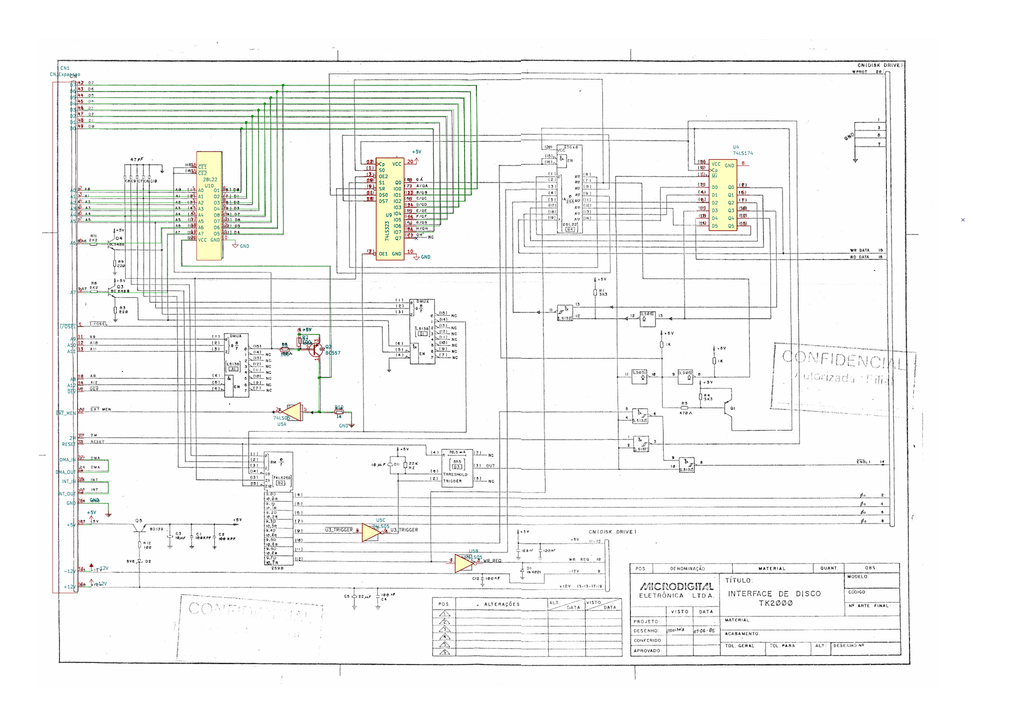
<source format=kicad_sch>
(kicad_sch (version 20211123) (generator eeschema)
  (paper "A3")
  (lib_symbols
    (symbol "74xx:74LS00" (pin_names (offset 1.016))
      (property "Reference" "U" (at 0 1.27 0))
      (property "Value" "74LS00" (at 0 -1.27 0))
      (symbol "74LS00_1_1"
        (pin input line (at -7.62 2.54 0) (length 3.81) (name "~") (number "1"))
        (pin input line (at -7.62 -2.54 0) (length 3.81) (name "~") (number "2"))
        (pin output inverted (at 7.62 0 180) (length 3.81) (name "~") (number "3"))
      )
      (symbol "74LS00_1_2"
        (pin input inverted (at -7.62 2.54 0) (length 4.318) (name "~") (number "1"))
        (pin input inverted (at -7.62 -2.54 0) (length 4.318) (name "~") (number "2"))
        (pin output line (at 7.62 0 180) (length 3.81) (name "~") (number "3"))
      )
      (symbol "74LS00_2_1"
        (pin input line (at -7.62 2.54 0) (length 3.81) (name "~") (number "4"))
        (pin input line (at -7.62 -2.54 0) (length 3.81) (name "~") (number "5"))
        (pin output inverted (at 7.62 0 180) (length 3.81) (name "~") (number "6"))
      )
      (symbol "74LS00_2_2"
        (pin input inverted (at -7.62 2.54 0) (length 4.318) (name "~") (number "4"))
        (pin input inverted (at -7.62 -2.54 0) (length 4.318) (name "~") (number "5"))
        (pin output line (at 7.62 0 180) (length 3.81) (name "~") (number "6"))
      )
      (symbol "74LS00_3_1"
        (pin input line (at -7.62 -2.54 0) (length 3.81) (name "~") (number "10"))
        (pin output inverted (at 7.62 0 180) (length 3.81) (name "~") (number "8"))
        (pin input line (at -7.62 2.54 0) (length 3.81) (name "~") (number "9"))
      )
      (symbol "74LS00_3_2"
        (pin input inverted (at -7.62 -2.54 0) (length 4.318) (name "~") (number "10"))
        (pin output line (at 7.62 0 180) (length 3.81) (name "~") (number "8"))
        (pin input inverted (at -7.62 2.54 0) (length 4.318) (name "~") (number "9"))
      )
      (symbol "74LS00_4_1"
        (pin output inverted (at 7.62 0 180) (length 3.81) (name "~") (number "11"))
        (pin input line (at -7.62 2.54 0) (length 3.81) (name "~") (number "12"))
        (pin input line (at -7.62 -2.54 0) (length 3.81) (name "~") (number "13"))
      )
      (symbol "74LS00_4_2"
        (pin output line (at 7.62 0 180) (length 3.81) (name "~") (number "11"))
        (pin input inverted (at -7.62 2.54 0) (length 4.318) (name "~") (number "12"))
        (pin input inverted (at -7.62 -2.54 0) (length 4.318) (name "~") (number "13"))
      )
      (symbol "74LS00_5_0"
        (pin power_in line (at 0 12.7 270) (length 5.08) (name "VCC") (number "14"))
        (pin power_in line (at 0 -12.7 90) (length 5.08) (name "GND") (number "7"))
      )
    )
    (symbol "74xx:74LS05" (pin_names (offset 1.016))
      (property "Reference" "U" (at 0 1.27 0))
      (property "Value" "74LS05" (at 0 -1.27 0))
      (symbol "74LS05_1_0"
        (pin input line (at -7.62 0 0) (length 3.81) (name "~") (number "1"))
        (pin open_collector inverted (at 7.62 0 180) (length 3.81) (name "~") (number "2"))
      )
      (symbol "74LS05_2_0"
        (pin input line (at -7.62 0 0) (length 3.81) (name "~") (number "3"))
        (pin open_collector inverted (at 7.62 0 180) (length 3.81) (name "~") (number "4"))
      )
      (symbol "74LS05_3_0"
        (pin input line (at -7.62 0 0) (length 3.81) (name "~") (number "5"))
        (pin open_collector inverted (at 7.62 0 180) (length 3.81) (name "~") (number "6"))
      )
      (symbol "74LS05_4_0"
        (pin open_collector inverted (at 7.62 0 180) (length 3.81) (name "~") (number "8"))
        (pin input line (at -7.62 0 0) (length 3.81) (name "~") (number "9"))
      )
      (symbol "74LS05_5_0"
        (pin open_collector inverted (at 7.62 0 180) (length 3.81) (name "~") (number "10"))
        (pin input line (at -7.62 0 0) (length 3.81) (name "~") (number "11"))
      )
      (symbol "74LS05_6_0"
        (pin open_collector inverted (at 7.62 0 180) (length 3.81) (name "~") (number "12"))
        (pin input line (at -7.62 0 0) (length 3.81) (name "~") (number "13"))
      )
      (symbol "74LS05_7_0"
        (pin power_in line (at 0 12.7 270) (length 5.08) (name "VCC") (number "14"))
        (pin power_in line (at 0 -12.7 90) (length 5.08) (name "GND") (number "7"))
      )
    )
    (symbol "74xx:74LS138" (pin_names (offset 1.016))
      (property "Reference" "U" (at -7.62 11.43 0))
      (property "Value" "74LS138" (at -7.62 -13.97 0))
      (symbol "74LS138_1_0"
        (pin input line (at -12.7 7.62 0) (length 5.08) (name "A0") (number "1"))
        (pin output output_low (at 12.7 -5.08 180) (length 5.08) (name "O5") (number "10"))
        (pin output output_low (at 12.7 -2.54 180) (length 5.08) (name "O4") (number "11"))
        (pin output output_low (at 12.7 0 180) (length 5.08) (name "O3") (number "12"))
        (pin output output_low (at 12.7 2.54 180) (length 5.08) (name "O2") (number "13"))
        (pin output output_low (at 12.7 5.08 180) (length 5.08) (name "O1") (number "14"))
        (pin output output_low (at 12.7 7.62 180) (length 5.08) (name "O0") (number "15"))
        (pin power_in line (at 0 15.24 270) (length 5.08) (name "VCC") (number "16"))
        (pin input line (at -12.7 5.08 0) (length 5.08) (name "A1") (number "2"))
        (pin input line (at -12.7 2.54 0) (length 5.08) (name "A2") (number "3"))
        (pin input input_low (at -12.7 -10.16 0) (length 5.08) (name "E1") (number "4"))
        (pin input input_low (at -12.7 -7.62 0) (length 5.08) (name "E2") (number "5"))
        (pin input line (at -12.7 -5.08 0) (length 5.08) (name "E3") (number "6"))
        (pin output output_low (at 12.7 -10.16 180) (length 5.08) (name "O7") (number "7"))
        (pin power_in line (at 0 -17.78 90) (length 5.08) (name "GND") (number "8"))
        (pin output output_low (at 12.7 -7.62 180) (length 5.08) (name "O6") (number "9"))
      )
    )
    (symbol "74xx:74LS259" (pin_names (offset 1.016))
      (property "Reference" "U" (at -7.62 13.97 0))
      (property "Value" "74LS259" (at -7.62 -13.97 0))
      (symbol "74LS259_1_0"
        (pin input line (at -12.7 5.08 0) (length 5.08) (name "A0") (number "1"))
        (pin output line (at 12.7 -2.54 180) (length 5.08) (name "Q5") (number "10"))
        (pin output line (at 12.7 -5.08 180) (length 5.08) (name "Q6") (number "11"))
        (pin output line (at 12.7 -7.62 180) (length 5.08) (name "Q7") (number "12"))
        (pin input line (at -12.7 10.16 0) (length 5.08) (name "D") (number "13"))
        (pin input inverted (at -12.7 -5.08 0) (length 5.08) (name "E") (number "14"))
        (pin input inverted (at -12.7 -10.16 0) (length 5.08) (name "Clr") (number "15"))
        (pin power_in line (at 0 17.78 270) (length 5.08) (name "VCC") (number "16"))
        (pin input line (at -12.7 2.54 0) (length 5.08) (name "A1") (number "2"))
        (pin input line (at -12.7 0 0) (length 5.08) (name "A2") (number "3"))
        (pin output line (at 12.7 10.16 180) (length 5.08) (name "Q0") (number "4"))
        (pin output line (at 12.7 7.62 180) (length 5.08) (name "Q1") (number "5"))
        (pin output line (at 12.7 5.08 180) (length 5.08) (name "Q2") (number "6"))
        (pin output line (at 12.7 2.54 180) (length 5.08) (name "Q3") (number "7"))
        (pin power_in line (at 0 -17.78 90) (length 5.08) (name "GND") (number "8"))
        (pin output line (at 12.7 0 180) (length 5.08) (name "Q4") (number "9"))
      )
    )
    (symbol "Connector_Generic:Conn_02x10_Odd_Even" (pin_names (offset 1.016) hide)
      (property "Reference" "J" (at 1.27 12.7 0))
      (property "Value" "Conn_02x10_Odd_Even" (at 1.27 -15.24 0))
      (symbol "Conn_02x10_Odd_Even_1_1"
        (pin passive line (at -5.08 10.16 0) (length 3.81) (name "Pin_1") (number "1"))
        (pin passive line (at 7.62 0 180) (length 3.81) (name "Pin_10") (number "10"))
        (pin passive line (at -5.08 -2.54 0) (length 3.81) (name "Pin_11") (number "11"))
        (pin passive line (at 7.62 -2.54 180) (length 3.81) (name "Pin_12") (number "12"))
        (pin passive line (at -5.08 -5.08 0) (length 3.81) (name "Pin_13") (number "13"))
        (pin passive line (at 7.62 -5.08 180) (length 3.81) (name "Pin_14") (number "14"))
        (pin passive line (at -5.08 -7.62 0) (length 3.81) (name "Pin_15") (number "15"))
        (pin passive line (at 7.62 -7.62 180) (length 3.81) (name "Pin_16") (number "16"))
        (pin passive line (at -5.08 -10.16 0) (length 3.81) (name "Pin_17") (number "17"))
        (pin passive line (at 7.62 -10.16 180) (length 3.81) (name "Pin_18") (number "18"))
        (pin passive line (at -5.08 -12.7 0) (length 3.81) (name "Pin_19") (number "19"))
        (pin passive line (at 7.62 10.16 180) (length 3.81) (name "Pin_2") (number "2"))
        (pin passive line (at 7.62 -12.7 180) (length 3.81) (name "Pin_20") (number "20"))
        (pin passive line (at -5.08 7.62 0) (length 3.81) (name "Pin_3") (number "3"))
        (pin passive line (at 7.62 7.62 180) (length 3.81) (name "Pin_4") (number "4"))
        (pin passive line (at -5.08 5.08 0) (length 3.81) (name "Pin_5") (number "5"))
        (pin passive line (at 7.62 5.08 180) (length 3.81) (name "Pin_6") (number "6"))
        (pin passive line (at -5.08 2.54 0) (length 3.81) (name "Pin_7") (number "7"))
        (pin passive line (at 7.62 2.54 180) (length 3.81) (name "Pin_8") (number "8"))
        (pin passive line (at -5.08 0 0) (length 3.81) (name "Pin_9") (number "9"))
      )
    )
    (symbol "Connector_Generic:Conn_02x25_Counter_Clockwise" (pin_names (offset 1.016) hide)
      (property "Reference" "J" (at 1.27 33.02 0))
      (property "Value" "Conn_02x25_Counter_Clockwise" (at 1.27 -33.02 0))
      (symbol "Conn_02x25_Counter_Clockwise_1_1"
        (pin passive line (at -5.08 30.48 0) (length 3.81) (name "Pin_1") (number "1"))
        (pin passive line (at -5.08 7.62 0) (length 3.81) (name "Pin_10") (number "10"))
        (pin passive line (at -5.08 5.08 0) (length 3.81) (name "Pin_11") (number "11"))
        (pin passive line (at -5.08 2.54 0) (length 3.81) (name "Pin_12") (number "12"))
        (pin passive line (at -5.08 0 0) (length 3.81) (name "Pin_13") (number "13"))
        (pin passive line (at -5.08 -2.54 0) (length 3.81) (name "Pin_14") (number "14"))
        (pin passive line (at -5.08 -5.08 0) (length 3.81) (name "Pin_15") (number "15"))
        (pin passive line (at -5.08 -7.62 0) (length 3.81) (name "Pin_16") (number "16"))
        (pin passive line (at -5.08 -10.16 0) (length 3.81) (name "Pin_17") (number "17"))
        (pin passive line (at -5.08 -12.7 0) (length 3.81) (name "Pin_18") (number "18"))
        (pin passive line (at -5.08 -15.24 0) (length 3.81) (name "Pin_19") (number "19"))
        (pin passive line (at -5.08 27.94 0) (length 3.81) (name "Pin_2") (number "2"))
        (pin passive line (at -5.08 -17.78 0) (length 3.81) (name "Pin_20") (number "20"))
        (pin passive line (at -5.08 -20.32 0) (length 3.81) (name "Pin_21") (number "21"))
        (pin passive line (at -5.08 -22.86 0) (length 3.81) (name "Pin_22") (number "22"))
        (pin passive line (at -5.08 -25.4 0) (length 3.81) (name "Pin_23") (number "23"))
        (pin passive line (at -5.08 -27.94 0) (length 3.81) (name "Pin_24") (number "24"))
        (pin passive line (at -5.08 -30.48 0) (length 3.81) (name "Pin_25") (number "25"))
        (pin passive line (at 7.62 -30.48 180) (length 3.81) (name "Pin_26") (number "26"))
        (pin passive line (at 7.62 -27.94 180) (length 3.81) (name "Pin_27") (number "27"))
        (pin passive line (at 7.62 -25.4 180) (length 3.81) (name "Pin_28") (number "28"))
        (pin passive line (at 7.62 -22.86 180) (length 3.81) (name "Pin_29") (number "29"))
        (pin passive line (at -5.08 25.4 0) (length 3.81) (name "Pin_3") (number "3"))
        (pin passive line (at 7.62 -20.32 180) (length 3.81) (name "Pin_30") (number "30"))
        (pin passive line (at 7.62 -17.78 180) (length 3.81) (name "Pin_31") (number "31"))
        (pin passive line (at 7.62 -15.24 180) (length 3.81) (name "Pin_32") (number "32"))
        (pin passive line (at 7.62 -12.7 180) (length 3.81) (name "Pin_33") (number "33"))
        (pin passive line (at 7.62 -10.16 180) (length 3.81) (name "Pin_34") (number "34"))
        (pin passive line (at 7.62 -7.62 180) (length 3.81) (name "Pin_35") (number "35"))
        (pin passive line (at 7.62 -5.08 180) (length 3.81) (name "Pin_36") (number "36"))
        (pin passive line (at 7.62 -2.54 180) (length 3.81) (name "Pin_37") (number "37"))
        (pin passive line (at 7.62 0 180) (length 3.81) (name "Pin_38") (number "38"))
        (pin passive line (at 7.62 2.54 180) (length 3.81) (name "Pin_39") (number "39"))
        (pin passive line (at -5.08 22.86 0) (length 3.81) (name "Pin_4") (number "4"))
        (pin passive line (at 7.62 5.08 180) (length 3.81) (name "Pin_40") (number "40"))
        (pin passive line (at 7.62 7.62 180) (length 3.81) (name "Pin_41") (number "41"))
        (pin passive line (at 7.62 10.16 180) (length 3.81) (name "Pin_42") (number "42"))
        (pin passive line (at 7.62 12.7 180) (length 3.81) (name "Pin_43") (number "43"))
        (pin passive line (at 7.62 15.24 180) (length 3.81) (name "Pin_44") (number "44"))
        (pin passive line (at 7.62 17.78 180) (length 3.81) (name "Pin_45") (number "45"))
        (pin passive line (at 7.62 20.32 180) (length 3.81) (name "Pin_46") (number "46"))
        (pin passive line (at 7.62 22.86 180) (length 3.81) (name "Pin_47") (number "47"))
        (pin passive line (at 7.62 25.4 180) (length 3.81) (name "Pin_48") (number "48"))
        (pin passive line (at 7.62 27.94 180) (length 3.81) (name "Pin_49") (number "49"))
        (pin passive line (at -5.08 20.32 0) (length 3.81) (name "Pin_5") (number "5"))
        (pin passive line (at 7.62 30.48 180) (length 3.81) (name "Pin_50") (number "50"))
        (pin passive line (at -5.08 17.78 0) (length 3.81) (name "Pin_6") (number "6"))
        (pin passive line (at -5.08 15.24 0) (length 3.81) (name "Pin_7") (number "7"))
        (pin passive line (at -5.08 12.7 0) (length 3.81) (name "Pin_8") (number "8"))
        (pin passive line (at -5.08 10.16 0) (length 3.81) (name "Pin_9") (number "9"))
      )
    )
    (symbol "Device:C_Polarized_Small" (pin_numbers hide) (pin_names (offset 0.254) hide)
      (property "Reference" "C" (at 0.254 1.778 0))
      (property "Value" "C_Polarized_Small" (at 0.254 -2.032 0))
      (symbol "C_Polarized_Small_1_1"
        (pin passive line (at 0 2.54 270) (length 1.8542) (name "~") (number "1"))
        (pin passive line (at 0 -2.54 90) (length 1.8542) (name "~") (number "2"))
      )
    )
    (symbol "Device:R_Small" (pin_numbers hide) (pin_names (offset 0.254) hide)
      (property "Reference" "R" (at 0.762 0.508 0))
      (property "Value" "R_Small" (at 0.762 -1.016 0))
      (symbol "R_Small_1_1"
        (pin passive line (at 0 2.54 270) (length 0.762) (name "~") (number "1"))
        (pin passive line (at 0 -2.54 90) (length 0.762) (name "~") (number "2"))
      )
    )
    (symbol "TK2000_InterfaceDeDrive:74LS174_U4" (pin_names (offset 1.016))
      (property "Reference" "U" (at -6.35 13.97 0))
      (property "Value" "74LS174_U4" (at -1.27 -19.05 0))
      (symbol "74LS174_U4_1_0"
        (pin input line (at -12.7 5.715 0) (length 5.08) (name "~{Mr}") (number "1"))
        (pin output line (at 8.89 -8.255 180) (length 5.08) (name "Q3") (number "10"))
        (pin input line (at -12.7 -8.255 0) (length 5.08) (name "D3") (number "11"))
        (pin output line (at 8.89 -11.43 180) (length 5.08) (name "Q4") (number "12"))
        (pin input line (at -12.7 -11.43 0) (length 5.08) (name "D4") (number "13"))
        (pin input line (at -12.7 -14.605 0) (length 5.08) (name "D5") (number "14"))
        (pin output line (at 8.89 -14.605 180) (length 5.08) (name "Q5") (number "15"))
        (pin power_in line (at -12.7 10.795 0) (length 5.08) (name "VCC") (number "16"))
        (pin output line (at 8.89 1.27 180) (length 5.08) (name "Q0") (number "2"))
        (pin input line (at -12.7 1.27 0) (length 5.08) (name "D0") (number "3"))
        (pin input line (at -12.7 -1.905 0) (length 5.08) (name "D1") (number "4"))
        (pin output line (at 8.89 -1.905 180) (length 5.08) (name "Q1") (number "5"))
        (pin input line (at -12.7 -5.08 0) (length 5.08) (name "D2") (number "6"))
        (pin output line (at 8.89 -5.08 180) (length 5.08) (name "Q2") (number "7"))
        (pin power_in line (at 8.89 10.16 180) (length 5.08) (name "GND") (number "8"))
        (pin input clock (at -12.7 8.255 0) (length 5.08) (name "Cp") (number "9"))
      )
    )
    (symbol "TK2000_InterfaceDeDrive:74LS323_U9" (pin_names (offset 1.016))
      (property "Reference" "U" (at -7.62 16.51 0))
      (property "Value" "74LS323_U9" (at 0 -34.29 0))
      (symbol "74LS323_U9_1_0"
        (pin input line (at -12.7 10.16 0) (length 5.08) (name "S0") (number "1"))
        (pin power_in line (at 8.89 -24.13 180) (length 5.08) (name "GND") (number "10"))
        (pin input line (at -12.7 0 0) (length 5.08) (name "DS0") (number "11"))
        (pin input clock (at -12.7 12.7 0) (length 5.08) (name "Cp") (number "12"))
        (pin tri_state line (at 8.89 0 180) (length 5.08) (name "IO1") (number "13"))
        (pin tri_state line (at 8.89 -5.08 180) (length 5.08) (name "IO3") (number "14"))
        (pin tri_state line (at 8.89 -10.16 180) (length 5.08) (name "IO5") (number "15"))
        (pin tri_state line (at 8.89 -15.24 180) (length 5.08) (name "IO7") (number "16"))
        (pin output line (at 8.89 -17.78 180) (length 5.08) (name "Q7") (number "17"))
        (pin input line (at -12.7 -2.54 0) (length 5.08) (name "DS7") (number "18"))
        (pin input line (at -12.7 5.08 0) (length 5.08) (name "S1") (number "19"))
        (pin input inverted (at -12.7 -24.13 0) (length 5.08) (name "OE1") (number "2"))
        (pin power_in line (at 8.89 12.7 180) (length 5.08) (name "VCC") (number "20"))
        (pin input inverted (at -12.7 7.62 0) (length 5.08) (name "OE2") (number "3"))
        (pin tri_state line (at 8.89 -12.7 180) (length 5.08) (name "IO6") (number "4"))
        (pin tri_state line (at 8.89 -7.62 180) (length 5.08) (name "IO4") (number "5"))
        (pin tri_state line (at 8.89 -2.54 180) (length 5.08) (name "IO2") (number "6"))
        (pin tri_state line (at 8.89 2.54 180) (length 5.08) (name "IO0") (number "7"))
        (pin output line (at 8.89 5.08 180) (length 5.08) (name "Q0") (number "8"))
        (pin input inverted (at -12.7 2.54 0) (length 5.08) (name "SR") (number "9"))
      )
    )
    (symbol "TK2000_InterfaceDeDrive:CN_Expansao"
      (property "Reference" "CN" (at 0 60.96 0))
      (property "Value" "CN_Expansao" (at -1.27 -158.75 0))
      (symbol "CN_Expansao_0_0"
        (pin input line (at 5.08 -44.45 180) (length 2.54) (name "~{I/OSEL}") (number "1"))
        (pin input line (at 5.08 -66.04 180) (length 2.54) (name "A8") (number "10"))
        (pin input line (at 5.08 -49.53 180) (length 2.54) (name "A9") (number "11"))
        (pin input line (at 5.08 -52.07 180) (length 2.54) (name "A10") (number "12"))
        (pin input line (at 5.08 -54.61 180) (length 2.54) (name "A11") (number "13"))
        (pin input line (at 5.08 -68.58 180) (length 2.54) (name "A12") (number "14"))
        (pin output line (at 5.08 -113.03 180) (length 2.54) (name "INT_OUT") (number "23"))
        (pin output line (at 5.08 -104.14 180) (length 2.54) (name "DMA_OUT") (number "24"))
        (pin power_in line (at 5.08 -125.73 180) (length 2.54) (name "+5V") (number "25"))
        (pin power_in line (at 5.08 -116.84 180) (length 2.54) (name "GND") (number "26"))
        (pin input line (at 5.08 -99.06 180) (length 2.54) (name "DMA_IN") (number "27"))
        (pin input line (at 5.08 -107.95 180) (length 2.54) (name "INT_IN") (number "28"))
        (pin input line (at 5.08 8.89 180) (length 2.54) (name "A1") (number "3"))
        (pin input line (at 5.08 -92.71 180) (length 2.54) (name "RESET") (number "31"))
        (pin output line (at 5.08 -80.01 180) (length 2.54) (name "~{EXT}_MEN") (number "32"))
        (pin power_in line (at 5.08 -144.78 180) (length 2.54) (name "-12V") (number "33"))
        (pin input line (at 5.08 -90.17 180) (length 2.54) (name "2M") (number "37"))
        (pin input line (at 5.08 6.35 180) (length 2.54) (name "A2") (number "4"))
        (pin input line (at 5.08 -71.12 180) (length 2.54) (name "~{DEV}") (number "41"))
        (pin input line (at 5.08 3.81 180) (length 2.54) (name "A3") (number "5"))
        (pin power_in line (at 5.08 -151.13 180) (length 2.54) (name "+12V") (number "50"))
        (pin input line (at 5.08 1.27 180) (length 2.54) (name "A4") (number "6"))
        (pin input line (at 5.08 -1.27 180) (length 2.54) (name "A5") (number "7"))
        (pin input line (at 5.08 -10.16 180) (length 2.54) (name "A6") (number "8"))
        (pin input line (at 5.08 -30.48 180) (length 2.54) (name "A7") (number "9"))
      )
      (symbol "CN_Expansao_1_1"
        (pin input line (at 5.08 11.43 180) (length 2.54) (name "A0") (number "2"))
        (pin bidirectional line (at 5.08 54.61 180) (length 2.54) (name "D7") (number "42"))
        (pin bidirectional line (at 5.08 52.07 180) (length 2.54) (name "D6") (number "43"))
        (pin bidirectional line (at 5.08 49.53 180) (length 2.54) (name "D5") (number "44"))
        (pin bidirectional line (at 5.08 44.45 180) (length 2.54) (name "D3") (number "46"))
        (pin bidirectional line (at 5.08 46.99 180) (length 2.54) (name "D4") (number "46"))
        (pin bidirectional line (at 5.08 41.91 180) (length 2.54) (name "D2") (number "47"))
        (pin bidirectional line (at 5.08 39.37 180) (length 2.54) (name "D1") (number "48"))
        (pin bidirectional line (at 5.08 36.83 180) (length 2.54) (name "D0") (number "49"))
      )
    )
    (symbol "TK2000_InterfaceDeDrive:N82S135N"
      (property "Reference" "U" (at 7.62 17.78 0))
      (property "Value" "N82S135N" (at 7.62 15.24 0))
      (symbol "N82S135N_1_1"
        (pin input line (at -8.89 11.43 0) (length 2.54) (name "A0") (number "1"))
        (pin power_in line (at 0 -17.78 90) (length 2.54) (name "GND") (number "10"))
        (pin output line (at 8.89 1.27 180) (length 2.54) (name "O5") (number "11"))
        (pin output line (at 8.89 -1.27 180) (length 2.54) (name "O6") (number "12"))
        (pin output line (at 8.89 -3.81 180) (length 2.54) (name "O7") (number "13"))
        (pin output line (at 8.89 -6.35 180) (length 2.54) (name "O8") (number "14"))
        (pin input line (at -8.89 -13.97 0) (length 2.54) (name "~{CE2}") (number "15"))
        (pin input line (at -8.89 -11.43 0) (length 2.54) (name "~{CE1}") (number "16"))
        (pin input line (at -8.89 -1.27 0) (length 2.54) (name "A5") (number "17"))
        (pin input line (at -8.89 -3.81 0) (length 2.54) (name "A6") (number "18"))
        (pin input line (at -8.89 -6.35 0) (length 2.54) (name "A7") (number "19"))
        (pin input line (at -8.89 8.89 0) (length 2.54) (name "A1") (number "2"))
        (pin power_in line (at 0 15.24 270) (length 2.54) (name "VCC") (number "20"))
        (pin input line (at -8.89 6.35 0) (length 2.54) (name "A2") (number "3"))
        (pin input line (at -8.89 3.81 0) (length 2.54) (name "A3") (number "4"))
        (pin input line (at -8.89 1.27 0) (length 2.54) (name "A4") (number "5"))
        (pin output line (at 8.89 11.43 180) (length 2.54) (name "O1") (number "6"))
        (pin output line (at 8.89 8.89 180) (length 2.54) (name "O2") (number "7"))
        (pin output line (at 8.89 6.35 180) (length 2.54) (name "O3") (number "8"))
        (pin output line (at 8.89 3.81 180) (length 2.54) (name "O4") (number "9"))
      )
    )
    (symbol "TK2000_InterfaceDeDrive:N82S135N_U10"
      (property "Reference" "U" (at 7.62 17.78 0))
      (property "Value" "N82S135N_U10" (at 7.62 15.24 0))
      (symbol "N82S135N_U10_1_1"
        (pin input line (at -8.89 -3.175 0) (length 2.54) (name "A0") (number "1"))
        (pin power_in line (at 6.35 -23.495 180) (length 2.54) (name "GND") (number "10"))
        (pin output line (at 6.35 -20.955 180) (length 2.54) (name "O5") (number "11"))
        (pin output line (at 6.35 -18.415 180) (length 2.54) (name "O6") (number "12"))
        (pin output line (at 6.35 -15.875 180) (length 2.54) (name "O7") (number "13"))
        (pin output line (at 6.35 -13.335 180) (length 2.54) (name "O8") (number "14"))
        (pin input line (at -8.89 3.81 0) (length 2.54) (name "~{CE2}") (number "15"))
        (pin input line (at -8.89 6.35 0) (length 2.54) (name "~{CE1}") (number "16"))
        (pin input line (at -8.89 -15.875 0) (length 2.54) (name "A5") (number "17"))
        (pin input line (at -8.89 -18.415 0) (length 2.54) (name "A6") (number "18"))
        (pin input line (at -8.89 -20.955 0) (length 2.54) (name "A7") (number "19"))
        (pin input line (at -8.89 -5.715 0) (length 2.54) (name "A1") (number "2"))
        (pin power_in line (at -8.89 -23.495 0) (length 2.54) (name "VCC") (number "20"))
        (pin input line (at -8.89 -8.255 0) (length 2.54) (name "A2") (number "3"))
        (pin input line (at -8.89 -10.795 0) (length 2.54) (name "A3") (number "4"))
        (pin input line (at -8.89 -13.335 0) (length 2.54) (name "A4") (number "5"))
        (pin output line (at 6.35 -3.175 180) (length 2.54) (name "O1") (number "6"))
        (pin output line (at 6.35 -5.715 180) (length 2.54) (name "O2") (number "7"))
        (pin output line (at 6.35 -8.255 180) (length 2.54) (name "O3") (number "8"))
        (pin output line (at 6.35 -10.795 180) (length 2.54) (name "O4") (number "9"))
      )
    )
    (symbol "Timer:LM555xN"
      (property "Reference" "U" (at -10.16 8.89 0))
      (property "Value" "LM555xN" (at 2.54 8.89 0))
      (symbol "LM555xN_0_0"
        (pin power_in line (at 0 -10.16 90) (length 2.54) (name "GND") (number "1"))
        (pin power_in line (at 0 10.16 270) (length 2.54) (name "VCC") (number "8"))
      )
      (symbol "LM555xN_1_1"
        (pin input line (at -12.7 5.08 0) (length 3.81) (name "TR") (number "2"))
        (pin output line (at 12.7 5.08 180) (length 3.81) (name "Q") (number "3"))
        (pin input inverted (at -12.7 -5.08 0) (length 3.81) (name "R") (number "4"))
        (pin input line (at -12.7 0 0) (length 3.81) (name "CV") (number "5"))
        (pin input line (at 12.7 -5.08 180) (length 3.81) (name "THR") (number "6"))
        (pin input line (at 12.7 0 180) (length 3.81) (name "DIS") (number "7"))
      )
    )
    (symbol "Transistor_BJT:BC557" (pin_names (offset 0) hide)
      (property "Reference" "Q" (at 5.08 1.905 0))
      (property "Value" "BC557" (at 5.08 0 0))
      (symbol "BC557_1_1"
        (pin passive line (at 2.54 5.08 270) (length 2.54) (name "C") (number "1"))
        (pin input line (at -5.08 0 0) (length 5.715) (name "B") (number "2"))
        (pin passive line (at 2.54 -5.08 90) (length 2.54) (name "E") (number "3"))
      )
    )
    (symbol "power:+12V" (power) (pin_names (offset 0))
      (property "Value" "+12V" (at 0 3.556 0))
      (symbol "+12V_1_1"
        (pin power_in line (at 0 0 90) (length 0) hide (name "+12V") (number "1"))
      )
    )
    (symbol "power:+5V" (power) (pin_names (offset 0))
      (property "Value" "+5V" (at 0 3.556 0))
      (symbol "+5V_1_1"
        (pin power_in line (at 0 0 90) (length 0) hide (name "+5V") (number "1"))
      )
    )
    (symbol "power:-12V" (power) (pin_names (offset 0))
      (property "Value" "-12V" (at 0 3.81 0))
      (symbol "-12V_0_0"
        (pin power_in line (at 0 0 90) (length 0) hide (name "-12V") (number "1"))
      )
    )
    (symbol "power:-5V" (power) (pin_names (offset 0))
      (property "Value" "-5V" (at 0 3.81 0))
      (symbol "-5V_0_0"
        (pin power_in line (at 0 0 90) (length 0) hide (name "-5V") (number "1"))
      )
    )
    (symbol "power:GND" (power) (pin_names (offset 0))
      (property "Value" "GND" (at 0 -3.81 0))
      (symbol "GND_1_1"
        (pin power_in line (at 0 0 270) (length 0) hide (name "GND") (number "1"))
      )
    )
  )
  (junction (at 106.045 45.085))
  (junction (at -369.57 99.06))
  (junction (at -64.77 205.74))
  (junction (at -62.23 195.58))
  (junction (at -257.81 118.11))
  (junction (at 99.06 52.705))
  (junction (at 122.555 137.16))
  (junction (at -369.57 88.9))
  (junction (at 113.665 37.465))
  (junction (at 130.81 168.91))
  (junction (at -158.75 -8.89))
  (junction (at -165.1 -26.67))
  (junction (at 122.555 143.51))
  (junction (at -158.75 -11.43))
  (junction (at 116.205 34.925))
  (junction (at 130.81 154.94))
  (junction (at -165.1 -29.21))
  (junction (at -158.75 -13.97))
  (junction (at 100.965 50.165))
  (junction (at 103.505 47.625))
  (junction (at -165.1 -24.13))
  (junction (at 111.125 40.005))
  (junction (at -58.42 205.74))
  (junction (at 108.585 42.545))
  (no_connect (at -273.05 -17.78))
  (no_connect (at -273.05 -12.7))
  (no_connect (at -273.05 -22.86))
  (no_connect (at -374.65 12.7))
  (no_connect (at -273.05 -25.4))
  (no_connect (at 394.97 90.17))
  (no_connect (at 170.815 97.79))
  (no_connect (at -361.95 12.7))
  (no_connect (at -273.05 -10.16))
  (no_connect (at -374.65 15.24))
  (no_connect (at -273.05 -15.24))
  (no_connect (at -273.05 -20.32))
  (no_connect (at -77.47 200.66))
  (no_connect (at -361.95 15.24))
  (no_connect (at -24.13 151.13))
  (no_connect (at -24.13 153.67))
  (no_connect (at -24.13 156.21))
  (no_connect (at -24.13 138.43))
  (no_connect (at -24.13 143.51))
  (no_connect (at -24.13 146.05))
  (no_connect (at -24.13 148.59))
  (no_connect (at -102.87 200.66))
  (wire (pts (xy -347.98 106.68) (xy -347.98 101.6)))
  (wire (pts (xy 113.665 37.465) (xy 34.29 37.465)))
  (wire (pts (xy -376.555 60.96) (xy -374.65 60.96)))
  (wire (pts (xy 34.29 234.315) (xy 37.465 234.315)))
  (wire (pts (xy -114.3 195.58) (xy -102.87 195.58)))
  (wire (pts (xy 190.5 40.005) (xy 111.125 40.005)))
  (wire (pts (xy 34.29 47.625) (xy 103.505 47.625)))
  (wire (pts (xy -64.77 205.74) (xy -58.42 205.74)))
  (wire (pts (xy 193.04 37.465) (xy 193.04 80.01)))
  (wire (pts (xy 44.45 209.55) (xy 44.45 206.375)))
  (wire (pts (xy -375.92 27.94) (xy -374.65 27.94)))
  (wire (pts (xy 99.06 78.105) (xy 99.06 52.705)))
  (wire (pts (xy -361.95 33.02) (xy -360.045 33.02)))
  (wire (pts (xy -369.57 99.06) (xy -369.57 88.9)))
  (wire (pts (xy -376.555 50.8) (xy -374.65 50.8)))
  (wire (pts (xy 180.34 92.71) (xy 180.34 50.165)))
  (wire (pts (xy -369.57 119.38) (xy -369.57 99.06)))
  (wire (pts (xy 195.58 77.47) (xy 195.58 34.925)))
  (wire (pts (xy -165.1 -22.86) (xy -165.1 -24.13)))
  (wire (pts (xy 74.295 98.425) (xy 78.105 98.425)))
  (wire (pts (xy -376.555 33.02) (xy -374.65 33.02)))
  (wire (pts (xy -361.95 17.78) (xy -360.045 17.78)))
  (wire (pts (xy -361.95 45.72) (xy -360.045 45.72)))
  (wire (pts (xy -361.95 71.12) (xy -360.045 71.12)))
  (wire (pts (xy 74.295 109.22) (xy 135.255 109.22)))
  (wire (pts (xy 100.965 50.165) (xy 100.965 80.645)))
  (wire (pts (xy 183.515 47.625) (xy 183.515 90.17)))
  (wire (pts (xy -376.555 55.88) (xy -374.65 55.88)))
  (wire (pts (xy -275.59 107.95) (xy -275.59 113.03)))
  (wire (pts (xy -361.95 27.94) (xy -360.045 27.94)))
  (wire (pts (xy -165.1 -29.21) (xy -151.13 -29.21)))
  (wire (pts (xy 34.29 78.105) (xy 78.105 78.105)))
  (wire (pts (xy -64.77 195.58) (xy -62.23 195.58)))
  (wire (pts (xy -361.95 30.48) (xy -360.045 30.48)))
  (wire (pts (xy -361.95 58.42) (xy -360.045 58.42)))
  (wire (pts (xy -58.42 195.58) (xy -58.42 196.85)))
  (wire (pts (xy -165.1 -31.75) (xy -151.13 -31.75)))
  (wire (pts (xy -62.23 195.58) (xy -58.42 195.58)))
  (wire (pts (xy 44.45 197.485) (xy 34.29 197.485)))
  (wire (pts (xy 103.505 83.185) (xy 93.345 83.185)))
  (wire (pts (xy -158.75 -13.97) (xy -158.75 -11.43)))
  (wire (pts (xy -376.555 58.42) (xy -374.65 58.42)))
  (wire (pts (xy -361.95 25.4) (xy -360.045 25.4)))
  (wire (pts (xy -364.49 114.3) (xy -365.76 114.3)))
  (wire (pts (xy -158.75 -8.89) (xy -151.13 -8.89)))
  (wire (pts (xy -361.95 60.96) (xy -360.045 60.96)))
  (wire (pts (xy -64.77 198.12) (xy -64.77 195.58)))
  (wire (pts (xy 103.505 47.625) (xy 103.505 83.185)))
  (wire (pts (xy 119.38 143.51) (xy 122.555 143.51)))
  (wire (pts (xy -275.59 113.03) (xy -257.81 113.03)))
  (wire (pts (xy 34.29 120.015) (xy 68.58 120.015)))
  (wire (pts (xy 113.665 93.345) (xy 113.665 37.465)))
  (wire (pts (xy 44.45 202.565) (xy 44.45 197.485)))
  (wire (pts (xy 187.96 85.09) (xy 170.815 85.09)))
  (wire (pts (xy 141.605 168.91) (xy 144.145 168.91)))
  (wire (pts (xy 96.52 99.06) (xy 96.52 98.425)))
  (wire (pts (xy -364.49 119.38) (xy -369.57 119.38)))
  (wire (pts (xy 93.345 93.345) (xy 113.665 93.345)))
  (wire (pts (xy 68.58 95.885) (xy 78.105 95.885)))
  (wire (pts (xy -369.57 88.9) (xy -364.49 88.9)))
  (wire (pts (xy -259.08 118.11) (xy -257.81 118.11)))
  (wire (pts (xy 108.585 42.545) (xy 108.585 88.265)))
  (wire (pts (xy -165.1 -10.16) (xy -165.1 -8.89)))
  (wire (pts (xy 170.815 92.71) (xy 180.34 92.71)))
  (wire (pts (xy 180.34 50.165) (xy 100.965 50.165)))
  (wire (pts (xy 187.96 42.545) (xy 187.96 85.09)))
  (wire (pts (xy 122.555 143.51) (xy 123.19 143.51)))
  (wire (pts (xy -376.555 38.1) (xy -374.65 38.1)))
  (wire (pts (xy 170.815 95.25) (xy 177.8 95.25)))
  (wire (pts (xy -165.1 -24.13) (xy -151.13 -24.13)))
  (wire (pts (xy 34.29 88.265) (xy 78.105 88.265)))
  (wire (pts (xy 66.04 93.345) (xy 78.105 93.345)))
  (wire (pts (xy -165.1 -8.89) (xy -158.75 -8.89)))
  (wire (pts (xy -158.75 -13.97) (xy -151.13 -13.97)))
  (wire (pts (xy 111.125 90.805) (xy 111.125 40.005)))
  (wire (pts (xy 44.45 188.595) (xy 34.29 188.595)))
  (wire (pts (xy 130.81 168.91) (xy 136.525 168.91)))
  (wire (pts (xy 34.29 240.665) (xy 37.465 240.665)))
  (wire (pts (xy 116.205 95.885) (xy 116.205 34.925)))
  (wire (pts (xy 99.06 52.705) (xy 34.29 52.705)))
  (wire (pts (xy 177.8 95.25) (xy 177.8 52.705)))
  (wire (pts (xy -158.75 -11.43) (xy -151.13 -11.43)))
  (wire (pts (xy -165.1 -26.67) (xy -165.1 -29.21)))
  (wire (pts (xy 34.29 50.165) (xy 100.965 50.165)))
  (wire (pts (xy -361.95 20.32) (xy -360.045 20.32)))
  (wire (pts (xy 111.125 40.005) (xy 34.29 40.005)))
  (wire (pts (xy -58.42 205.74) (xy -58.42 204.47)))
  (wire (pts (xy 100.965 80.645) (xy 93.345 80.645)))
  (wire (pts (xy 108.585 42.545) (xy 187.96 42.545)))
  (wire (pts (xy 37.465 213.995) (xy 37.465 215.265)))
  (wire (pts (xy -64.77 203.2) (xy -64.77 205.74)))
  (wire (pts (xy 144.145 168.91) (xy 144.145 172.72)))
  (wire (pts (xy 183.515 90.17) (xy 170.815 90.17)))
  (wire (pts (xy -158.75 -11.43) (xy -158.75 -8.89)))
  (wire (pts (xy -376.555 68.58) (xy -374.65 68.58)))
  (wire (pts (xy -361.95 40.64) (xy -360.045 40.64)))
  (wire (pts (xy 106.045 85.725) (xy 106.045 45.085)))
  (wire (pts (xy -376.555 17.78) (xy -374.65 17.78)))
  (wire (pts (xy -257.81 113.03) (xy -257.81 118.11)))
  (wire (pts (xy -361.95 10.16) (xy -356.235 10.16)))
  (wire (pts (xy -376.555 53.34) (xy -374.65 53.34)))
  (wire (pts (xy 130.81 138.43) (xy 130.81 137.16)))
  (wire (pts (xy -365.76 114.3) (xy -365.76 106.68)))
  (wire (pts (xy 103.505 47.625) (xy 183.515 47.625)))
  (wire (pts (xy 34.29 85.725) (xy 78.105 85.725)))
  (wire (pts (xy 34.29 99.695) (xy 66.04 99.695)))
  (wire (pts (xy -165.1 -26.67) (xy -151.13 -26.67)))
  (wire (pts (xy 108.585 88.265) (xy 93.345 88.265)))
  (wire (pts (xy 122.555 137.16) (xy 122.555 137.795)))
  (wire (pts (xy -361.95 35.56) (xy -360.045 35.56)))
  (wire (pts (xy 34.29 80.645) (xy 78.105 80.645)))
  (wire (pts (xy -259.08 107.95) (xy -250.19 107.95)))
  (wire (pts (xy 130.81 154.94) (xy 130.81 168.91)))
  (wire (pts (xy 190.5 82.55) (xy 190.5 40.005)))
  (wire (pts (xy -361.95 22.86) (xy -360.045 22.86)))
  (wire (pts (xy 68.58 120.015) (xy 68.58 95.885)))
  (wire (pts (xy -257.81 118.11) (xy -251.46 118.11)))
  (wire (pts (xy 34.29 215.265) (xy 37.465 215.265)))
  (wire (pts (xy 66.04 99.695) (xy 66.04 93.345)))
  (wire (pts (xy 170.815 82.55) (xy 190.5 82.55)))
  (wire (pts (xy -361.95 66.04) (xy -360.045 66.04)))
  (wire (pts (xy -356.235 8.89) (xy -356.235 10.16)))
  (wire (pts (xy 130.81 154.94) (xy 135.255 154.94)))
  (wire (pts (xy -58.42 205.74) (xy -45.72 205.74)))
  (wire (pts (xy -361.95 43.18) (xy -360.045 43.18)))
  (wire (pts (xy 34.29 83.185) (xy 78.105 83.185)))
  (wire (pts (xy -349.25 86.36) (xy -339.09 86.36)))
  (wire (pts (xy -375.92 30.48) (xy -374.65 30.48)))
  (wire (pts (xy -378.46 88.9) (xy -369.57 88.9)))
  (wire (pts (xy -369.57 99.06) (xy -364.49 99.06)))
  (wire (pts (xy 122.555 142.875) (xy 122.555 143.51)))
  (wire (pts (xy 130.81 137.16) (xy 122.555 137.16)))
  (wire (pts (xy 130.81 148.59) (xy 130.81 154.94)))
  (wire (pts (xy 93.345 90.805) (xy 111.125 90.805)))
  (wire (pts (xy 170.815 87.63) (xy 186.055 87.63)))
  (wire (pts (xy 34.29 42.545) (xy 108.585 42.545)))
  (wire (pts (xy -361.95 38.1) (xy -360.045 38.1)))
  (wire (pts (xy 44.45 193.675) (xy 44.45 188.595)))
  (wire (pts (xy -376.555 48.26) (xy -374.65 48.26)))
  (wire (pts (xy -379.73 10.16) (xy -374.65 10.16)))
  (wire (pts (xy -361.95 50.8) (xy -360.045 50.8)))
  (wire (pts (xy -376.555 25.4) (xy -374.65 25.4)))
  (wire (pts (xy 44.45 206.375) (xy 34.29 206.375)))
  (wire (pts (xy 135.255 154.94) (xy 135.255 109.22)))
  (wire (pts (xy 93.345 78.105) (xy 99.06 78.105)))
  (wire (pts (xy 195.58 34.925) (xy 116.205 34.925)))
  (wire (pts (xy -376.555 45.72) (xy -374.65 45.72)))
  (wire (pts (xy 177.8 52.705) (xy 99.06 52.705)))
  (wire (pts (xy 34.29 193.675) (xy 44.45 193.675)))
  (wire (pts (xy 74.295 109.22) (xy 74.295 98.425)))
  (wire (pts (xy -158.75 -16.51) (xy -158.75 -13.97)))
  (wire (pts (xy 193.04 80.01) (xy 170.815 80.01)))
  (wire (pts (xy 116.205 34.925) (xy 34.29 34.925)))
  (wire (pts (xy 37.465 240.665) (xy 37.465 240.03)))
  (wire (pts (xy 34.29 90.805) (xy 78.105 90.805)))
  (wire (pts (xy 93.345 95.885) (xy 116.205 95.885)))
  (wire (pts (xy -361.95 68.58) (xy -360.045 68.58)))
  (wire (pts (xy -376.555 20.32) (xy -374.65 20.32)))
  (wire (pts (xy 106.045 45.085) (xy 34.29 45.085)))
  (wire (pts (xy 127 168.91) (xy 130.81 168.91)))
  (wire (pts (xy -376.555 22.86) (xy -374.65 22.86)))
  (wire (pts (xy 37.465 234.315) (xy 37.465 233.68)))
  (wire (pts (xy -151.13 -16.51) (xy -158.75 -16.51)))
  (wire (pts (xy -376.555 66.04) (xy -374.65 66.04)))
  (wire (pts (xy -347.98 101.6) (xy -349.25 101.6)))
  (wire (pts (xy -365.76 106.68) (xy -347.98 106.68)))
  (wire (pts (xy -381 104.14) (xy -364.49 104.14)))
  (wire (pts (xy -165.1 -24.13) (xy -165.1 -26.67)))
  (wire (pts (xy -361.95 55.88) (xy -360.045 55.88)))
  (wire (pts (xy 34.29 202.565) (xy 44.45 202.565)))
  (wire (pts (xy -361.95 63.5) (xy -360.045 63.5)))
  (wire (pts (xy -361.95 53.34) (xy -360.045 53.34)))
  (wire (pts (xy -376.555 40.64) (xy -374.65 40.64)))
  (wire (pts (xy 96.52 98.425) (xy 93.345 98.425)))
  (wire (pts (xy -375.92 71.12) (xy -374.65 71.12)))
  (wire (pts (xy 186.055 45.085) (xy 106.045 45.085)))
  (wire (pts (xy 93.345 85.725) (xy 106.045 85.725)))
  (wire (pts (xy -274.32 107.95) (xy -275.59 107.95)))
  (wire (pts (xy -376.555 35.56) (xy -374.65 35.56)))
  (wire (pts (xy 186.055 87.63) (xy 186.055 45.085)))
  (wire (pts (xy -376.555 63.5) (xy -374.65 63.5)))
  (wire (pts (xy 170.815 77.47) (xy 195.58 77.47)))
  (wire (pts (xy -376.555 43.18) (xy -374.65 43.18)))
  (wire (pts (xy 113.665 37.465) (xy 193.04 37.465)))
  (wire (pts (xy -77.47 205.74) (xy -64.77 205.74)))
  (wire (pts (xy -361.95 48.26) (xy -360.045 48.26)))
  (wire (pts (xy -165.1 -29.21) (xy -165.1 -31.75)))
  (image (at 200.66 148.59) (scale 2))
  (label "U8_EN" (at -232.41 87.63 180))
  (label "P2_PHI1" (at -376.555 40.64 180))
  (label "WPROT" (at -138.43 -8.89 0))
  (label "P2_A7" (at -49.53 151.13 180))
  (label "U11_PIN14" (at -335.28 35.56 180))
  (label "P2_EXTC" (at -298.45 -10.16 180))
  (label "P2_RESET" (at -335.28 40.64 180))
  (label "P2_RESET" (at -102.87 205.74 180))
  (label "U4_CLOCK" (at -339.09 86.36 180))
  (label "PHIO3" (at -138.43 -26.67 0))
  (label "P2_D6" (at -376.555 53.34 180))
  (label "P2_A5" (at -49.53 140.97 180))
  (label "P2_A3" (at -360.045 60.96 0))
  (label "WR_REQ" (at 198.12 231.14 0))
  (label "P2_A6" (at -360.045 53.34 0))
  (label "P2_EXTC" (at -376.555 48.26 180))
  (label "U8_EN" (at -232.41 90.17 180))
  (label "PHIO1" (at -309.88 20.32 0))
  (label "P2_A12" (at -360.045 38.1 0))
  (label "P2_D2" (at -376.555 63.5 180))
  (label "P2_SOUND" (at -376.555 35.56 180))
  (label "P2_A0" (at -360.045 68.58 0))
  (label "P2_2M" (at -376.555 38.1 180))
  (label "P2_A1" (at -360.045 66.04 0))
  (label "P2_RESET" (at -376.555 22.86 180))
  (label "P2_A3" (at -335.28 30.48 180))
  (label "P2_NMI" (at -376.555 17.78 180))
  (label "P2_D3" (at -376.555 60.96 180))
  (label "PHIO3" (at -309.88 25.4 0))
  (label "P2_A10" (at -298.45 -25.4 180))
  (label "P2_R~{W}" (at -360.045 27.94 0))
  (label "P2_IOSEL" (at -49.53 153.67 180))
  (label "P2_IODIS" (at -376.555 43.18 180))
  (label "U1_LATCH5" (at -309.88 33.02 0))
  (label "GND" (at -49.53 156.21 180))
  (label "P2_A2" (at -360.045 63.5 0))
  (label "U10_EN" (at -273.05 -27.94 0))
  (label "P2_EXT6" (at -376.555 33.02 180))
  (label "P2_2M" (at -364.49 83.82 180))
  (label "P2_EXTE" (at -360.045 22.86 0))
  (label "~{ENBL1}" (at -349.25 116.84 0))
  (label "P2_D1" (at -376.555 66.04 180))
  (label "PHIO4" (at -138.43 -24.13 0))
  (label "PHIO2" (at -138.43 -29.21 0))
  (label "P2_A2" (at -335.28 27.94 180))
  (label "P2_A8" (at -298.45 -15.24 180))
  (label "~{U3_TRIGGER}" (at -309.88 30.48 0))
  (label "U3_OUT2" (at -214.63 67.31 0))
  (label "U3_OUT" (at -378.46 88.9 0))
  (label "P2_D0" (at -376.555 68.58 180))
  (label "P2_A14" (at -360.045 33.02 0))
  (label "P2_A8" (at -360.045 48.26 0))
  (label "P2_DMA" (at -360.045 17.78 0))
  (label "U3_TRIGGER" (at 160.02 218.44 0))
  (label "RD_DATA" (at -232.41 82.55 180))
  (label "P2_EXTM" (at -376.555 25.4 180))
  (label "P2_A1" (at -335.28 25.4 180))
  (label "P2_A12" (at -298.45 -12.7 180))
  (label "P2_IRQ" (at -376.555 20.32 180))
  (label "WR_REQ" (at -138.43 -21.59 0))
  (label "~{ENBL1}" (at -138.43 -16.51 0))
  (label "PHIO4" (at -309.88 27.94 0))
  (label "P2_IOSEL" (at -360.045 71.12 0))
  (label "P2_D5" (at -376.555 55.88 180))
  (label "P2_A10" (at -360.045 43.18 0))
  (label "P2_A5" (at -360.045 55.88 0))
  (label "P2_A9" (at -360.045 45.72 0))
  (label "U11_PIN14" (at -24.13 140.97 0))
  (label "U3_TRIGGER" (at -45.72 205.74 180))
  (label "U8_EN" (at -251.46 118.11 180))
  (label "U3_OUT" (at -77.47 195.58 0))
  (label "P2_A15" (at -360.045 30.48 0))
  (label "P2_A0" (at -335.28 20.32 180))
  (label "RD_DATA" (at -138.43 -11.43 0))
  (label "P2_A7" (at -360.045 50.8 0))
  (label "P2_A9" (at -298.45 -27.94 180))
  (label "~{U3_TRIGGER}" (at 144.78 218.44 180))
  (label "P2_RDY" (at -360.045 20.32 0))
  (label "U1_LATCH5" (at -381 104.14 0))
  (label "U3_TRIGGER" (at -114.3 195.58 0))
  (label "U3_OUT" (at -274.32 118.11 180))
  (label "P2_A6" (at -49.53 143.51 180))
  (label "WR_DATA" (at -138.43 -13.97 0))
  (label "U9_PIN8" (at -232.41 67.31 180))
  (label "P2_A13" (at -360.045 35.56 0))
  (label "P2_A11" (at -360.045 40.64 0))
  (label "P2_PHI2" (at -376.555 45.72 180))
  (label "P2_A11" (at -298.45 -22.86 180))
  (label "P2_D4" (at -376.555 58.42 180))
  (label "P2_A4" (at -49.53 138.43 180))
  (label "PHIO2" (at -309.88 22.86 0))
  (label "P2_EXT8" (at -360.045 25.4 0))
  (label "U3_OUT2" (at -250.19 107.95 180))
  (label "PHIO1" (at -138.43 -31.75 0))
  (label "P2_A4" (at -360.045 58.42 0))
  (label "P2_D7" (at -376.555 50.8 180))
  (symbol (lib_id "74xx:74LS00") (at -326.39 110.49 0) (unit 5)
    (property "Reference" "U2" (at -320.04 109.2199 0) (effects (justify left)))
    (property "Value" "74LS00" (at -320.04 111.7599 0) (effects (justify left)))
    (property "Footprint" "Package_DIP:DIP-14_W7.62mm" (effects hide))
    (property "Datasheet" "http://www.ti.com/lit/gpn/sn74ls00" (effects hide))
  )
  (symbol (lib_id "power:+5V") (at 170.815 67.31 0) (unit 1)
    (property "Reference" "#PWR0114" (effects hide))
    (property "Value" "+5V" (at 170.815 62.23 0))
  )
  (symbol (lib_id "power:+5V") (at 122.555 137.16 0) (unit 1)
    (property "Reference" "#PWR0124" (effects hide))
    (property "Value" "+5V" (at 125.73 135.255 0))
  )
  (symbol (lib_id "power:+5V") (at -356.235 8.89 0) (unit 1)
    (property "Reference" "#PWR0118" (effects hide))
    (property "Value" "+5V" (at -356.235 3.81 0))
  )
  (symbol (lib_id "Device:R_Small") (at 139.065 168.91 270) (unit 1)
    (property "Reference" "R10" (at 139.065 167.005 90))
    (property "Value" "1k" (at 139.065 170.815 90))
    (property "Footprint" "TK2000_InterfaceDeDrive:R_Axial_DIN0204_L3.6mm_D1.6mm_P4mm_Vertical" (effects hide))
  )
  (symbol (lib_id "power:+12V") (at -165.1 -10.16 0) (unit 1)
    (property "Reference" "#PWR0127" (effects hide))
    (property "Value" "+12V" (at -165.1 -15.24 0))
  )
  (symbol (lib_id "TK2000_InterfaceDeDrive:74LS174_U4") (at 298.45 78.105 0) (unit 1)
    (property "Reference" "U4" (at 300.4694 60.325 0) (effects (justify left)))
    (property "Value" "74LS174" (at 300.4694 62.865 0) (effects (justify left)))
    (property "Footprint" "Package_DIP:DIP-16_W7.62mm" (effects hide))
    (property "Datasheet" "http://www.ti.com/lit/gpn/sn74LS174" (effects hide))
  )
  (symbol (lib_id "Device:R_Small") (at -58.42 200.66 180) (unit 1)
    (property "Reference" "R2" (at -55.88 199.3899 0) (effects (justify right)))
    (property "Value" "22k" (at -55.88 201.9299 0) (effects (justify right)))
    (property "Footprint" "TK2000_InterfaceDeDrive:R_Axial_DIN0204_L3.6mm_D1.6mm_P4mm_Vertical" (effects hide))
  )
  (symbol (lib_id "74xx:74LS05") (at -245.11 116.84 0) (unit 7)
    (property "Reference" "U5" (at -238.76 115.5699 0) (effects (justify left)))
    (property "Value" "74LS05" (at -238.76 118.1099 0) (effects (justify left)))
    (property "Footprint" "Package_DIP:DIP-14_W7.62mm" (effects hide))
    (property "Datasheet" "http://www.ti.com/lit/gpn/sn74LS05" (effects hide))
  )
  (symbol (lib_id "power:-12V") (at -375.92 27.94 90) (unit 1)
    (property "Reference" "#PWR0119" (effects hide))
    (property "Value" "-12V" (at -379.73 27.9399 90) (effects (justify left)))
  )
  (symbol (lib_id "power:GND") (at -165.1 -22.86 0) (unit 1)
    (property "Reference" "#PWR0126" (effects hide))
    (property "Value" "GND" (at -165.1 -17.78 0))
  )
  (symbol (lib_id "power:+5V") (at -90.17 190.5 0) (unit 1)
    (property "Reference" "#PWR0109" (effects hide))
    (property "Value" "+5V" (at -90.17 185.42 0))
  )
  (symbol (lib_id "74xx:74LS259") (at -322.58 30.48 0) (unit 1)
    (property "Reference" "U1" (at -320.5606 12.7 0) (effects (justify left)))
    (property "Value" "74LS259" (at -320.5606 15.24 0) (effects (justify left)))
    (property "Footprint" "Package_DIP:DIP-16_W7.62mm" (effects hide))
    (property "Datasheet" "http://www.ti.com/lit/gpn/sn74LS259" (effects hide))
  )
  (symbol (lib_id "74xx:74LS00") (at -326.39 87.63 0) (unit 4)
    (property "Reference" "U2" (at -326.39 78.74 0))
    (property "Value" "74LS00" (at -326.39 81.28 0))
    (property "Footprint" "Package_DIP:DIP-14_W7.62mm" (effects hide))
    (property "Datasheet" "http://www.ti.com/lit/gpn/sn74ls00" (effects hide))
  )
  (symbol (lib_id "power:GND") (at -285.75 -2.54 0) (unit 1)
    (property "Reference" "#PWR0112" (effects hide))
    (property "Value" "GND" (at -285.75 2.54 0))
  )
  (symbol (lib_id "Device:R_Small") (at 122.555 140.335 180) (unit 1)
    (property "Reference" "R7" (at 123.825 138.43 0) (effects (justify right)))
    (property "Value" "100" (at 123.825 140.335 0) (effects (justify right)))
    (property "Footprint" "TK2000_InterfaceDeDrive:R_Axial_DIN0204_L3.6mm_D1.6mm_P4mm_Vertical" (effects hide))
  )
  (symbol (lib_id "power:+5V") (at -62.23 195.58 0) (unit 1)
    (property "Reference" "#PWR01" (effects hide))
    (property "Value" "+5V" (at -62.23 190.5 0))
  )
  (symbol (lib_id "power:-12V") (at -151.13 -21.59 90) (unit 1)
    (property "Reference" "#PWR0128" (effects hide))
    (property "Value" "-12V" (at -154.94 -21.5901 90) (effects (justify left)))
  )
  (symbol (lib_id "74xx:74LS05") (at 152.4 218.44 0) (unit 3)
    (property "Reference" "U5" (at 156.21 213.36 0))
    (property "Value" "74LS05" (at 156.21 215.9 0))
    (property "Footprint" "Package_DIP:DIP-14_W7.62mm" (effects hide))
    (property "Datasheet" "http://www.ti.com/lit/gpn/sn74LS05" (effects hide))
  )
  (symbol (lib_id "74xx:74LS05") (at -266.7 107.95 0) (unit 4)
    (property "Reference" "U5" (at -262.89 102.87 0))
    (property "Value" "74LS05" (at -262.89 105.41 0))
    (property "Footprint" "Package_DIP:DIP-14_W7.62mm" (effects hide))
    (property "Datasheet" "http://www.ti.com/lit/gpn/sn74LS05" (effects hide))
  )
  (symbol (lib_id "power:GND") (at -223.52 93.98 0) (unit 1)
    (property "Reference" "#PWR0125" (effects hide))
    (property "Value" "GND" (at -223.52 99.06 0))
  )
  (symbol (lib_id "74xx:74LS05") (at -266.7 128.27 0) (unit 6)
    (property "Reference" "U5" (at -262.89 123.19 0))
    (property "Value" "74LS05" (at -262.89 125.73 0))
    (property "Footprint" "Package_DIP:DIP-14_W7.62mm" (effects hide))
    (property "Datasheet" "http://www.ti.com/lit/gpn/sn74LS05" (effects hide))
  )
  (symbol (lib_id "74xx:74LS05") (at 119.38 168.91 180) (unit 1)
    (property "Reference" "U5" (at 115.57 173.99 0))
    (property "Value" "74LS05" (at 115.57 171.45 0))
    (property "Footprint" "Package_DIP:DIP-14_W7.62mm" (effects hide))
    (property "Datasheet" "http://www.ti.com/lit/gpn/sn74LS05" (effects hide))
  )
  (symbol (lib_id "power:GND") (at 96.52 99.06 0) (unit 1)
    (property "Reference" "#PWR?" (effects hide))
    (property "Value" "GND" (at 100.33 100.965 0))
  )
  (symbol (lib_id "power:+5V") (at -322.58 12.7 0) (unit 1)
    (property "Reference" "#PWR0116" (effects hide))
    (property "Value" "+5V" (at -322.58 7.62 0))
  )
  (symbol (lib_id "power:+5V") (at 37.465 213.995 0) (unit 1)
    (property "Reference" "#PWR?" (effects hide))
    (property "Value" "+5V" (at 37.465 210.185 0))
  )
  (symbol (lib_id "power:+5V") (at -245.11 104.14 0) (unit 1)
    (property "Reference" "#PWR0107" (effects hide))
    (property "Value" "+5V" (at -245.11 100.33 0))
  )
  (symbol (lib_id "power:-5V") (at -375.92 30.48 90) (unit 1)
    (property "Reference" "#PWR0120" (effects hide))
    (property "Value" "-5V" (at -379.73 30.4799 90) (effects (justify left)))
  )
  (symbol (lib_id "power:+5V") (at -285.75 -35.56 0) (unit 1)
    (property "Reference" "#PWR0111" (effects hide))
    (property "Value" "+5V" (at -285.75 -40.64 0))
  )
  (symbol (lib_id "74xx:74LS00") (at -356.87 116.84 0) (unit 3)
    (property "Reference" "U2" (at -356.87 109.22 0))
    (property "Value" "74LS00" (at -356.87 111.76 0))
    (property "Footprint" "Package_DIP:DIP-14_W7.62mm" (effects hide))
    (property "Datasheet" "http://www.ti.com/lit/gpn/sn74ls00" (effects hide))
  )
  (symbol (lib_id "power:+12V") (at -375.92 71.12 90) (unit 1)
    (property "Reference" "#PWR0121" (effects hide))
    (property "Value" "+12V" (at -379.73 71.1199 90) (effects (justify left)))
  )
  (symbol (lib_id "TK2000_InterfaceDeDrive:74LS323_U9") (at 161.925 80.01 0) (unit 1)
    (property "Reference" "U9" (at 158.115 88.265 0) (effects (justify left)))
    (property "Value" "74LS323" (at 158.75 99.06 90) (effects (justify left)))
    (property "Footprint" "Package_DIP:DIP-20_W7.62mm" (effects hide))
    (property "Datasheet" "http://www.ti.com/lit/gpn/sn74LS323" (effects hide))
  )
  (symbol (lib_id "power:+5V") (at -151.13 -19.05 90) (unit 1)
    (property "Reference" "#PWR0129" (effects hide))
    (property "Value" "+5V" (at -154.94 -19.0501 90) (effects (justify left)))
  )
  (symbol (lib_id "TK2000_InterfaceDeDrive:N82S135N_U10") (at 86.995 74.93 0) (unit 1)
    (property "Reference" "U10" (at 83.82 76.2 0) (effects (justify left)))
    (property "Value" "28L22" (at 83.185 73.66 0) (effects (justify left)))
    (property "Footprint" "Package_DIP:DIP-20_W7.62mm" (effects hide))
  )
  (symbol (lib_id "Timer:LM555xN") (at -90.17 200.66 0) (unit 1)
    (property "Reference" "U3" (at -88.1506 187.96 0) (effects (justify left)))
    (property "Value" "LM555xN" (at -88.1506 190.5 0) (effects (justify left)))
    (property "Footprint" "Package_DIP:DIP-8_W7.62mm" (effects hide))
    (property "Datasheet" "http://www.ti.com/lit/ds/symlink/lm555.pdf" (effects hide))
  )
  (symbol (lib_id "74xx:74LS05") (at -266.7 118.11 0) (unit 5)
    (property "Reference" "U5" (at -262.89 111.76 0))
    (property "Value" "74LS05" (at -262.89 115.57 0))
    (property "Footprint" "Package_DIP:DIP-14_W7.62mm" (effects hide))
    (property "Datasheet" "http://www.ti.com/lit/gpn/sn74LS05" (effects hide))
  )
  (symbol (lib_id "Device:R_Small") (at 116.84 143.51 90) (unit 1)
    (property "Reference" "R6" (at 116.84 141.605 90))
    (property "Value" "180" (at 116.84 145.415 90))
    (property "Footprint" "TK2000_InterfaceDeDrive:R_Axial_DIN0204_L3.6mm_D1.6mm_P4mm_Vertical" (effects hide))
  )
  (symbol (lib_id "power:+5V") (at -223.52 60.96 0) (unit 1)
    (property "Reference" "#PWR0123" (effects hide))
    (property "Value" "+5V" (at -223.52 55.88 0))
  )
  (symbol (lib_id "power:+12V") (at 37.465 240.03 0) (unit 1)
    (property "Reference" "#PWR?" (effects hide))
    (property "Value" "+12V" (at 41.275 239.395 0))
  )
  (symbol (lib_id "power:-12V") (at 37.465 233.68 0) (unit 1)
    (property "Reference" "#PWR?" (effects hide))
    (property "Value" "-12V" (at 41.91 233.045 0))
  )
  (symbol (lib_id "74xx:74LS00") (at -356.87 101.6 0) (unit 2)
    (property "Reference" "U2" (at -356.87 93.98 0))
    (property "Value" "74LS00" (at -356.87 96.52 0))
    (property "Footprint" "Package_DIP:DIP-14_W7.62mm" (effects hide))
    (property "Datasheet" "http://www.ti.com/lit/gpn/sn74ls00" (effects hide))
  )
  (symbol (lib_id "74xx:74LS00") (at -356.87 86.36 0) (unit 1)
    (property "Reference" "U2" (at -356.87 77.47 0))
    (property "Value" "74LS00" (at -356.87 80.01 0))
    (property "Footprint" "Package_DIP:DIP-14_W7.62mm" (effects hide))
    (property "Datasheet" "http://www.ti.com/lit/gpn/sn74ls00" (effects hide))
  )
  (symbol (lib_id "Device:C_Polarized_Small") (at -64.77 200.66 0) (unit 1)
    (property "Reference" "C1" (at -69.85 199.39 0) (effects (justify left)))
    (property "Value" "10uF" (at -72.39 201.93 0) (effects (justify left)))
    (property "Footprint" "TK2000_InterfaceDeDrive:C_Polarized_P5.00mm" (effects hide))
  )
  (symbol (lib_id "power:GND") (at -322.58 48.26 0) (unit 1)
    (property "Reference" "#PWR0115" (effects hide))
    (property "Value" "GND" (at -322.58 53.34 0))
  )
  (symbol (lib_id "power:GND") (at -379.73 10.16 0) (unit 1)
    (property "Reference" "#PWR0117" (effects hide))
    (property "Value" "GND" (at -379.73 15.24 0))
  )
  (symbol (lib_id "power:+5V") (at -138.43 -19.05 270) (unit 1)
    (property "Reference" "#PWR0130" (effects hide))
    (property "Value" "+5V" (at -134.62 -19.0501 90) (effects (justify left)))
  )
  (symbol (lib_id "TK2000_InterfaceDeDrive:N82S135N") (at -223.52 76.2 0) (unit 1)
    (property "Reference" "U8" (at -221.5006 58.42 0) (effects (justify left)))
    (property "Value" "N82S135N" (at -221.5006 60.96 0) (effects (justify left)))
    (property "Footprint" "Package_DIP:DIP-20_W7.62mm" (effects hide))
  )
  (symbol (lib_id "TK2000_InterfaceDeDrive:CN_Expansao") (at 29.21 89.535 0) (unit 1)
    (property "Reference" "CN1" (at 26.67 27.94 0))
    (property "Value" "CN_Expansao" (at 26.67 30.48 0))
  )
  (symbol (lib_id "power:GND") (at 170.815 104.14 0) (unit 1)
    (property "Reference" "#PWR0113" (effects hide))
    (property "Value" "GND" (at 174.625 105.41 0))
  )
  (symbol (lib_id "74xx:74LS05") (at 190.5 231.14 0) (unit 2)
    (property "Reference" "U5" (at 194.31 226.06 0))
    (property "Value" "74LS05" (at 194.31 228.6 0))
    (property "Footprint" "Package_DIP:DIP-14_W7.62mm" (effects hide))
    (property "Datasheet" "http://www.ti.com/lit/gpn/sn74LS05" (effects hide))
  )
  (symbol (lib_id "power:GND") (at -245.11 129.54 0) (unit 1)
    (property "Reference" "#PWR0106" (effects hide))
    (property "Value" "GND" (at -245.11 133.35 0))
  )
  (symbol (lib_id "74xx:74LS138") (at -36.83 146.05 0) (unit 1)
    (property "Reference" "U11" (at -43.18 134.62 0))
    (property "Value" "74LS138" (at -31.75 134.62 0))
    (property "Footprint" "Package_DIP:DIP-16_W7.62mm" (effects hide))
    (property "Datasheet" "http://www.ti.com/lit/gpn/sn74LS138" (effects hide))
  )
  (symbol (lib_id "Connector_Generic:Conn_02x25_Counter_Clockwise") (at -367.03 40.64 180) (unit 1)
    (property "Reference" "P1" (at -368.3 3.81 0))
    (property "Value" "Conector de Expansão" (at -368.3 6.35 0))
    (property "Footprint" "TK2000_InterfaceDeDrive:Conector Edge" (effects hide))
  )
  (symbol (lib_id "Transistor_BJT:BC557") (at 128.27 143.51 0) (mirror x) (unit 1)
    (property "Reference" "Q2" (at 133.35 142.2399 0) (effects (justify left)))
    (property "Value" "BC557" (at 133.35 144.7799 0) (effects (justify left)))
    (property "Footprint" "TK2000_InterfaceDeDrive:TO-92_Wide" (effects hide))
    (property "Datasheet" "https://www.onsemi.com/pub/Collateral/BC556BTA-D.pdf" (effects hide))
  )
  (symbol (lib_id "power:GND") (at -90.17 210.82 0) (unit 1)
    (property "Reference" "#PWR0108" (effects hide))
    (property "Value" "GND" (at -90.17 215.9 0))
  )
  (symbol (lib_id "power:GND") (at -326.39 123.19 0) (unit 1)
    (property "Reference" "#PWR0101" (effects hide))
    (property "Value" "GND" (at -326.39 128.27 0))
  )
  (symbol (lib_id "Connector_Generic:Conn_02x10_Odd_Even") (at -146.05 -21.59 0) (unit 1)
    (property "Reference" "J2" (at -144.78 -38.1 0))
    (property "Value" "CN (DISK DRIVE)" (at -144.78 -35.56 0))
    (property "Footprint" "TK2000_InterfaceDeDrive:PinSocket_2x10_P2.54mm_Vertical" (effects hide))
  )
  (symbol (lib_id "power:+5V") (at -326.39 97.79 0) (unit 1)
    (property "Reference" "#PWR0102" (effects hide))
    (property "Value" "+5V" (at -326.39 92.71 0))
  )
  (symbol (lib_id "power:GND") (at -36.83 163.83 0) (unit 1)
    (property "Reference" "#PWR0104" (effects hide))
    (property "Value" "GND" (at -36.83 168.91 0))
  )
  (symbol (lib_id "power:GND") (at 144.145 172.72 0) (unit 1)
    (property "Reference" "#PWR0131" (effects hide))
    (property "Value" "GND" (at 140.97 174.625 0))
  )
  (symbol (lib_id "74xx:74LS138") (at -285.75 -20.32 0) (unit 1)
    (property "Reference" "U7" (at -283.7306 -35.56 0) (effects (justify left)))
    (property "Value" "74LS138" (at -283.7306 -33.02 0) (effects (justify left)))
    (property "Footprint" "Package_DIP:DIP-16_W7.62mm" (effects hide))
    (property "Datasheet" "http://www.ti.com/lit/gpn/sn74LS138" (effects hide))
  )
  (symbol (lib_id "power:GND") (at 44.45 209.55 0) (unit 1)
    (property "Reference" "#PWR?" (effects hide))
    (property "Value" "GND" (at 38.735 205.105 0))
  )
  (symbol (lib_id "power:+5V") (at -36.83 130.81 0) (unit 1)
    (property "Reference" "#PWR0103" (effects hide))
    (property "Value" "+5V" (at -36.83 125.73 0))
  )
)
</source>
